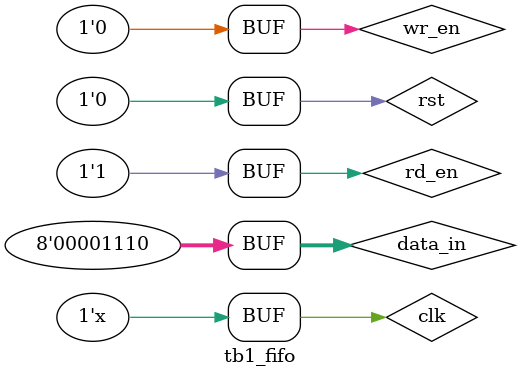
<source format=v>
`timescale 1ns / 1ps


module tb1_fifo;

	// Inputs
	reg rst;
	reg clk;
	reg wr_en;
	reg rd_en;
	reg [7:0] data_in;

	// Outputs
	wire [7:0] data_out;
	wire buf_empty;
	wire buf_full;
	wire [5:0] counter;

	// Instantiate the Unit Under Test (UUT)
	Elastic_FIFO uut (
		.rst(rst), 
		.clk(clk), 
		.wr_en(wr_en), 
		.rd_en(rd_en), 
		.data_in(data_in), 
		.data_out(data_out), 
		.buf_empty(buf_empty), 
		.buf_full(buf_full), 
		.counter(counter)
	);

	initial begin
		// Initialize Inputs
		rst = 0;
		clk = 0;
		wr_en = 0;
		rd_en = 0;
		data_in = 0;

		// Wait 100 ns for global reset to finish
		#100;
        
		// Add stimulus here
		rst = 1'b1;
		#20;
		rst = 1'b0;
		wr_en = 1'b1;
		data_in = 8'h0;
		#20;
		data_in = 8'h1;
		#20;
		data_in = 8'h2;
		#20;
		data_in = 8'h3;
		#20;
		data_in = 8'h4;
		#20;
		data_in = 8'h5;
		#20;
		data_in = 8'h6;
		#20;
		data_in = 8'h7;
		#20;
		data_in = 8'h8;
		#20;
		data_in = 8'h9;
		#20;
		data_in = 8'hA;
		#20;
		data_in = 8'hB;
		#20;
		data_in = 8'hC;
		#20;
		data_in = 8'hD;
		#20;
		data_in = 8'hE;
		#20;
		wr_en = 1'b0;
		rd_en = 1'b1;
		
	end
        always #10 clk = ~clk;   
endmodule


</source>
